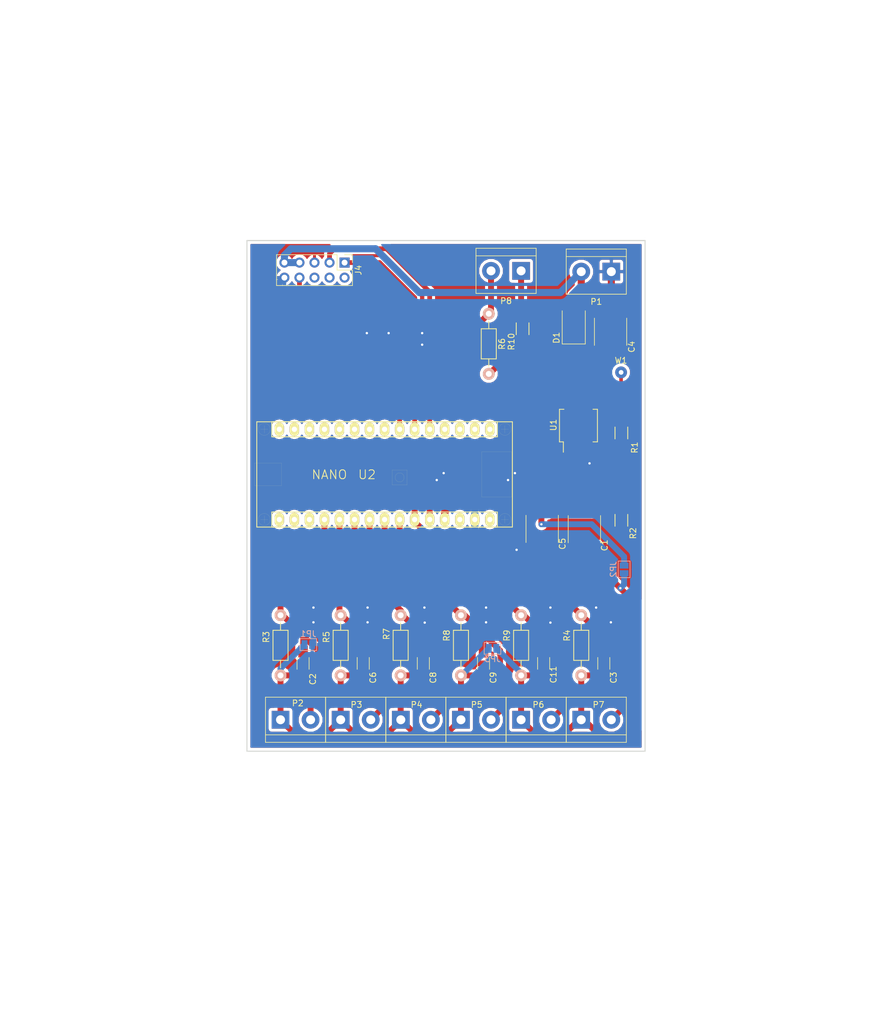
<source format=kicad_pcb>
(kicad_pcb (version 20171130) (host pcbnew 5.0.2+dfsg1-1)
  (layers (0 F.Cu signal hide) (31 B.Cu signal) (34 B.Paste user) (35 F.Paste user) (36 B.SilkS user) (37 F.SilkS user) (38 B.Mask user) (39 F.Mask user) (44 Edge.Cuts user))
  (net 0 "")
  (net 1 GND)
  (net 2 /intensidad_1)
  (net 3 /intensidad_6)
  (net 4 VCC)
  (net 5 /intensidad_2)
  (net 6 /intensidad_3)
  (net 7 /intensidad_4)
  (net 8 /intensidad_5)
  (net 9 /vcc_5v)
  (net 10 "Net-(U2-Pad2)")
  (net 11 "Net-(U2-Pad3)")
  (net 12 "Net-(U2-Pad4)")
  (net 13 "Net-(U2-Pad30)")
  (net 14 "Net-(U2-Pad28)")
  (net 15 "Net-(U2-Pad18)")
  (net 16 "Net-(U2-Pad17)")
  (net 17 "Net-(U2-Pad1)")
  (net 18 "Net-(U2-Pad8)")
  (net 19 "Net-(U2-Pad9)")
  (net 20 "Net-(U2-Pad10)")
  (net 21 "Net-(U2-Pad11)")
  (net 22 "Net-(U2-Pad12)")
  (net 23 /voltage_1)
  (net 24 /v_25)
  (net 25 "Net-(U1-Pad6)")
  (net 26 "Net-(J4-Pad2)")
  (net 27 "Net-(J4-Pad4)")
  (net 28 "Net-(J4-Pad6)")
  (net 29 /ard_rx)
  (net 30 /ard_tx)
  (net 31 "Net-(U2-Pad13)")
  (net 32 "Net-(U2-Pad16)")
  (net 33 /ard_d4)
  (net 34 "Net-(U2-Pad14)")
  (net 35 "Net-(U2-Pad15)")
  (net 36 /v_comun_0)
  (net 37 /v_comun_1)
  (net 38 /v_op)
  (net 39 "Net-(P8-Pad1)")
  (module libreria_huellas_proyecto:arduino_nano (layer F.Cu) (at 84 113.5 270)
    (fp_text reference U2 (at 0.038 2.974) (layer F.SilkS) (effects (font (size 1.5 1.5))))
    (fp_text value NANO (at 0.038 9.324) (layer F.SilkS) (effects (font (size 1.5 1.5))))
    (pad 2 thru_hole oval (at -7.62 -15.24 270) (size 2.286 1.5748) (drill 0.9) (layers *.Cu *.Mask F.SilkS) (net 10 "Net-(U2-Pad2)"))
    (pad 3 thru_hole oval (at -7.62 -12.7 270) (size 2.286 1.5748) (drill 0.9) (layers *.Cu *.Mask F.SilkS) (net 11 "Net-(U2-Pad3)"))
    (pad 4 thru_hole oval (at -7.62 -10.16 270) (size 2.286 1.5748) (drill 0.9) (layers *.Cu *.Mask F.SilkS) (net 12 "Net-(U2-Pad4)"))
    (pad 30 thru_hole oval (at 7.62 -17.78 270) (size 2.286 1.5748) (drill 0.9) (layers *.Cu *.Mask F.SilkS) (net 13 "Net-(U2-Pad30)"))
    (pad 29 thru_hole oval (at 7.62 -15.24 270) (size 2.286 1.5748) (drill 0.9) (layers *.Cu *.Mask F.SilkS) (net 1 GND))
    (pad 28 thru_hole oval (at 7.62 -12.7 270) (size 2.286 1.5748) (drill 0.9) (layers *.Cu *.Mask F.SilkS) (net 14 "Net-(U2-Pad28)"))
    (pad 27 thru_hole oval (at 7.62 -10.16 270) (size 2.286 1.5748) (drill 0.9) (layers *.Cu *.Mask F.SilkS) (net 4 VCC))
    (pad 19 thru_hole oval (at 7.62 10.16 270) (size 2.286 1.5748) (drill 0.9) (layers *.Cu *.Mask F.SilkS) (net 2 /intensidad_1))
    (pad 18 thru_hole oval (at 7.62 12.7 270) (size 2.286 1.5748) (drill 0.9) (layers *.Cu *.Mask F.SilkS) (net 15 "Net-(U2-Pad18)"))
    (pad 17 thru_hole oval (at 7.62 15.24 270) (size 2.286 1.5748) (drill 0.9) (layers *.Cu *.Mask F.SilkS) (net 16 "Net-(U2-Pad17)"))
    (pad 1 thru_hole oval (at -7.62 -17.78 270) (size 2.286 1.5748) (drill 0.9) (layers *.Cu *.Mask F.SilkS) (net 17 "Net-(U2-Pad1)"))
    (pad 5 thru_hole oval (at -7.62 -7.62 270) (size 2.286 1.5748) (drill 0.9) (layers *.Cu *.Mask F.SilkS) (net 29 /ard_rx))
    (pad 6 thru_hole oval (at -7.62 -5.08 270) (size 2.286 1.5748) (drill 0.9) (layers *.Cu *.Mask F.SilkS) (net 30 /ard_tx))
    (pad 7 thru_hole oval (at -7.62 -2.54 270) (size 2.286 1.5748) (drill 0.9) (layers *.Cu *.Mask F.SilkS) (net 33 /ard_d4))
    (pad 8 thru_hole oval (at -7.62 0 270) (size 2.286 1.5748) (drill 0.9) (layers *.Cu *.Mask F.SilkS) (net 18 "Net-(U2-Pad8)"))
    (pad 9 thru_hole oval (at -7.62 2.54 270) (size 2.286 1.5748) (drill 0.9) (layers *.Cu *.Mask F.SilkS) (net 19 "Net-(U2-Pad9)"))
    (pad 10 thru_hole oval (at -7.62 5.08 270) (size 2.286 1.5748) (drill 0.9) (layers *.Cu *.Mask F.SilkS) (net 20 "Net-(U2-Pad10)"))
    (pad 11 thru_hole oval (at -7.62 7.62 270) (size 2.286 1.5748) (drill 0.9) (layers *.Cu *.Mask F.SilkS) (net 21 "Net-(U2-Pad11)"))
    (pad 12 thru_hole oval (at -7.62 10.16 270) (size 2.286 1.5748) (drill 0.9) (layers *.Cu *.Mask F.SilkS) (net 22 "Net-(U2-Pad12)"))
    (pad 13 thru_hole oval (at -7.62 12.7 270) (size 2.286 1.5748) (drill 0.9) (layers *.Cu *.Mask F.SilkS) (net 31 "Net-(U2-Pad13)"))
    (pad 14 thru_hole oval (at -7.62 15.24 270) (size 2.286 1.5748) (drill 0.9) (layers *.Cu *.Mask F.SilkS) (net 34 "Net-(U2-Pad14)"))
    (pad 15 thru_hole oval (at -7.62 17.78 270) (size 2.286 1.5748) (drill 0.9) (layers *.Cu *.Mask F.SilkS) (net 35 "Net-(U2-Pad15)"))
    (pad 16 thru_hole oval (at 7.62 17.78 270) (size 2.286 1.5748) (drill 0.9) (layers *.Cu *.Mask F.SilkS) (net 32 "Net-(U2-Pad16)"))
    (pad 20 thru_hole oval (at 7.62 7.62 270) (size 2.286 1.5748) (drill 0.9) (layers *.Cu *.Mask F.SilkS) (net 5 /intensidad_2))
    (pad 21 thru_hole oval (at 7.62 5.08 270) (size 2.286 1.5748) (drill 0.9) (layers *.Cu *.Mask F.SilkS) (net 6 /intensidad_3))
    (pad 22 thru_hole oval (at 7.62 2.54 270) (size 2.286 1.5748) (drill 0.9) (layers *.Cu *.Mask F.SilkS) (net 7 /intensidad_4))
    (pad 23 thru_hole oval (at 7.62 0 270) (size 2.286 1.5748) (drill 0.9) (layers *.Cu *.Mask F.SilkS) (net 8 /intensidad_5))
    (pad 24 thru_hole oval (at 7.62 -2.54 270) (size 2.286 1.5748) (drill 0.9) (layers *.Cu *.Mask F.SilkS) (net 3 /intensidad_6))
    (pad 25 thru_hole oval (at 7.62 -5.08 270) (size 2.286 1.5748) (drill 0.9) (layers *.Cu *.Mask F.SilkS) (net 37 /v_comun_1))
    (pad 26 thru_hole oval (at 7.62 -7.62 270) (size 2.286 1.5748) (drill 0.9) (layers *.Cu *.Mask F.SilkS) (net 23 /voltage_1))
  )
  (module oscar_libreria_huellas:Pin_Header_Straight_2x05_Pitch2.54mm_onsar (layer F.Cu) (at 77.2414 77.724 270)
    (fp_text reference J4 (at 1.27 -2.33 270) (layer F.SilkS))
    (fp_text value Conn_02x05_Odd_Even)
    (pad 1 thru_hole rect (at 0 0 270) (size 1.7 1.7) (drill 1) (layers *.Cu *.Mask) (net 30 /ard_tx))
    (pad 2 thru_hole oval (at 2.54 0 270) (size 1.7 1.7) (drill 1) (layers *.Cu *.Mask) (net 26 "Net-(J4-Pad2)"))
    (pad 3 thru_hole oval (at 0 2.54 270) (size 1.7 1.7) (drill 1) (layers *.Cu *.Mask) (net 29 /ard_rx))
    (pad 4 thru_hole oval (at 2.54 2.54 270) (size 1.7 1.7) (drill 1) (layers *.Cu *.Mask) (net 27 "Net-(J4-Pad4)"))
    (pad 5 thru_hole oval (at 0 5.08 270) (size 1.7 1.7) (drill 1) (layers *.Cu *.Mask) (net 1 GND))
    (pad 6 thru_hole oval (at 2.54 5.08 270) (size 1.7 1.7) (drill 1) (layers *.Cu *.Mask) (net 28 "Net-(J4-Pad6)"))
    (pad 7 thru_hole oval (at 0 7.62 270) (size 1.7 1.7) (drill 1) (layers *.Cu *.Mask) (net 9 /vcc_5v))
    (pad 8 thru_hole oval (at 2.54 7.62 270) (size 1.7 1.7) (drill 1) (layers *.Cu *.Mask) (net 33 /ard_d4))
    (pad 9 thru_hole oval (at 0 10.16 270) (size 1.7 1.7) (drill 1) (layers *.Cu *.Mask) (net 9 /vcc_5v))
    (pad 10 thru_hole oval (at 2.54 10.16 270) (size 1.7 1.7) (drill 1) (layers *.Cu *.Mask) (net 1 GND))
  )
  (module Connectors_Terminal_Blocks:TerminalBlock_bornier-2_P5.08mm (layer F.Cu) (at 86.741 154.94)
    (fp_text reference P4 (at 2.667 -2.54) (layer F.SilkS))
    (fp_text value PINZA_3)
    (pad 1 thru_hole rect (at 0 0) (size 3 3) (drill 1.52) (layers *.Cu *.Mask) (net 36 /v_comun_0))
    (pad 2 thru_hole circle (at 5.08 0) (size 3 3) (drill 1.52) (layers *.Cu *.Mask) (net 6 /intensidad_3))
  )
  (module Capacitors_SMD:C_2220_HandSoldering (layer F.Cu) (at 117.75 122.75 270)
    (fp_text reference C1 (at 2.726 -3.408 270) (layer F.SilkS))
    (fp_text value 10uF)
    (pad 1 smd rect (at -3.5 0 270) (size 2.4 5) (layers F.Cu F.Paste F.Mask) (net 24 /v_25))
    (pad 2 smd rect (at 3.5 0 270) (size 2.4 5) (layers F.Cu F.Paste F.Mask) (net 1 GND))
  )
  (module Capacitors_SMD:C_1206_HandSoldering (layer F.Cu) (at 70.231 145.415 270)
    (fp_text reference C2 (at 2.667 -1.651 270) (layer F.SilkS))
    (fp_text value 100nF)
    (pad 1 smd rect (at -2 0 270) (size 2 1.6) (layers F.Cu F.Paste F.Mask) (net 2 /intensidad_1))
    (pad 2 smd rect (at 2 0 270) (size 2 1.6) (layers F.Cu F.Paste F.Mask) (net 36 /v_comun_0))
  )
  (module Capacitors_SMD:C_1206_HandSoldering (layer F.Cu) (at 121.031 145.415 270)
    (fp_text reference C3 (at 2.413 -1.651 270) (layer F.SilkS))
    (fp_text value 100nF)
    (pad 1 smd rect (at -2 0 270) (size 2 1.6) (layers F.Cu F.Paste F.Mask) (net 3 /intensidad_6))
    (pad 2 smd rect (at 2 0 270) (size 2 1.6) (layers F.Cu F.Paste F.Mask) (net 37 /v_comun_1))
  )
  (module Capacitors_SMD:C_2220_HandSoldering (layer F.Cu) (at 122.174 89.408 90)
    (fp_text reference C4 (at -2.54 3.556 90) (layer F.SilkS))
    (fp_text value 10uF)
    (pad 1 smd rect (at -3.5 0 90) (size 2.4 5) (layers F.Cu F.Paste F.Mask) (net 4 VCC))
    (pad 2 smd rect (at 3.5 0 90) (size 2.4 5) (layers F.Cu F.Paste F.Mask) (net 1 GND))
  )
  (module Capacitors_SMD:C_2220_HandSoldering (layer F.Cu) (at 110.621 122.702 270)
    (fp_text reference C5 (at 2.52 -3.425 270) (layer F.SilkS))
    (fp_text value 10uF)
    (pad 1 smd rect (at -3.5 0 270) (size 2.4 5) (layers F.Cu F.Paste F.Mask) (net 38 /v_op))
    (pad 2 smd rect (at 3.5 0 270) (size 2.4 5) (layers F.Cu F.Paste F.Mask) (net 1 GND))
  )
  (module Capacitors_SMD:C_1206_HandSoldering (layer F.Cu) (at 80.391 145.415 270)
    (fp_text reference C6 (at 2.413 -1.651 270) (layer F.SilkS))
    (fp_text value 100nF)
    (pad 1 smd rect (at -2 0 270) (size 2 1.6) (layers F.Cu F.Paste F.Mask) (net 5 /intensidad_2))
    (pad 2 smd rect (at 2 0 270) (size 2 1.6) (layers F.Cu F.Paste F.Mask) (net 36 /v_comun_0))
  )
  (module Capacitors_SMD:C_1206_HandSoldering (layer F.Cu) (at 90.551 145.415 270)
    (fp_text reference C8 (at 2.413 -1.651 270) (layer F.SilkS))
    (fp_text value 100nF)
    (pad 1 smd rect (at -2 0 270) (size 2 1.6) (layers F.Cu F.Paste F.Mask) (net 6 /intensidad_3))
    (pad 2 smd rect (at 2 0 270) (size 2 1.6) (layers F.Cu F.Paste F.Mask) (net 36 /v_comun_0))
  )
  (module Capacitors_SMD:C_1206_HandSoldering (layer F.Cu) (at 100.711 145.415 270)
    (fp_text reference C9 (at 2.413 -1.651 270) (layer F.SilkS))
    (fp_text value 100nF)
    (pad 1 smd rect (at -2 0 270) (size 2 1.6) (layers F.Cu F.Paste F.Mask) (net 7 /intensidad_4))
    (pad 2 smd rect (at 2 0 270) (size 2 1.6) (layers F.Cu F.Paste F.Mask) (net 36 /v_comun_0))
  )
  (module Capacitors_SMD:C_1206_HandSoldering (layer F.Cu) (at 110.871 145.415 270)
    (fp_text reference C11 (at 1.905 -1.651 270) (layer F.SilkS))
    (fp_text value 100nF)
    (pad 1 smd rect (at -2 0 270) (size 2 1.6) (layers F.Cu F.Paste F.Mask) (net 8 /intensidad_5))
    (pad 2 smd rect (at 2 0 270) (size 2 1.6) (layers F.Cu F.Paste F.Mask) (net 37 /v_comun_1))
  )
  (module Diodes_SMD:D_2114 (layer F.Cu) (at 115.951 88.011 90)
    (fp_text reference D1 (at -2.413 -2.921 90) (layer F.SilkS))
    (fp_text value schottky)
    (pad 1 smd rect (at -2.325 0 90) (size 2 3) (layers F.Cu F.Paste F.Mask) (net 4 VCC))
    (pad 2 smd rect (at 2.325 0 90) (size 2 3) (layers F.Cu F.Paste F.Mask) (net 9 /vcc_5v))
  )
  (module Connectors_Terminal_Blocks:TerminalBlock_bornier-2_P5.08mm (layer F.Cu) (at 122.301 79.248 180)
    (fp_text reference P1 (at 2.54 -5.08 180) (layer F.SilkS))
    (fp_text value V_IN)
    (pad 1 thru_hole rect (at 0 0 180) (size 3 3) (drill 1.52) (layers *.Cu *.Mask) (net 1 GND))
    (pad 2 thru_hole circle (at 5.08 0 180) (size 3 3) (drill 1.52) (layers *.Cu *.Mask) (net 9 /vcc_5v))
  )
  (module Connectors_Terminal_Blocks:TerminalBlock_bornier-2_P5.08mm (layer F.Cu) (at 66.421 154.94)
    (fp_text reference P2 (at 2.921 -2.794) (layer F.SilkS))
    (fp_text value PINZA_1)
    (pad 1 thru_hole rect (at 0 0) (size 3 3) (drill 1.52) (layers *.Cu *.Mask) (net 36 /v_comun_0))
    (pad 2 thru_hole circle (at 5.08 0) (size 3 3) (drill 1.52) (layers *.Cu *.Mask) (net 2 /intensidad_1))
  )
  (module Connectors_Terminal_Blocks:TerminalBlock_bornier-2_P5.08mm (layer F.Cu) (at 76.581 154.94)
    (fp_text reference P3 (at 2.667 -2.54) (layer F.SilkS))
    (fp_text value PINZA_2)
    (pad 1 thru_hole rect (at 0 0) (size 3 3) (drill 1.52) (layers *.Cu *.Mask) (net 36 /v_comun_0))
    (pad 2 thru_hole circle (at 5.08 0) (size 3 3) (drill 1.52) (layers *.Cu *.Mask) (net 5 /intensidad_2))
  )
  (module Connectors_Terminal_Blocks:TerminalBlock_bornier-2_P5.08mm (layer F.Cu) (at 96.901 154.94)
    (fp_text reference P5 (at 2.667 -2.54) (layer F.SilkS))
    (fp_text value PINZA_4)
    (pad 1 thru_hole rect (at 0 0) (size 3 3) (drill 1.52) (layers *.Cu *.Mask) (net 36 /v_comun_0))
    (pad 2 thru_hole circle (at 5.08 0) (size 3 3) (drill 1.52) (layers *.Cu *.Mask) (net 7 /intensidad_4))
  )
  (module Connectors_Terminal_Blocks:TerminalBlock_bornier-2_P5.08mm (layer F.Cu) (at 107.061 154.94)
    (fp_text reference P6 (at 2.921 -2.54) (layer F.SilkS))
    (fp_text value PINZA_5)
    (pad 1 thru_hole rect (at 0 0) (size 3 3) (drill 1.52) (layers *.Cu *.Mask) (net 37 /v_comun_1))
    (pad 2 thru_hole circle (at 5.08 0) (size 3 3) (drill 1.52) (layers *.Cu *.Mask) (net 8 /intensidad_5))
  )
  (module Connectors_Terminal_Blocks:TerminalBlock_bornier-2_P5.08mm (layer F.Cu) (at 117.221 154.94)
    (fp_text reference P7 (at 2.921 -2.54) (layer F.SilkS))
    (fp_text value PINZA_6)
    (pad 1 thru_hole rect (at 0 0) (size 3 3) (drill 1.52) (layers *.Cu *.Mask) (net 37 /v_comun_1))
    (pad 2 thru_hole circle (at 5.08 0) (size 3 3) (drill 1.52) (layers *.Cu *.Mask) (net 3 /intensidad_6))
  )
  (module Connectors_Terminal_Blocks:TerminalBlock_bornier-2_P5.08mm (layer F.Cu) (at 107.061 79.121 180)
    (fp_text reference P8 (at 2.54 -5.08 180) (layer F.SilkS))
    (fp_text value PINZA_7)
    (pad 1 thru_hole rect (at 0 0 180) (size 3 3) (drill 1.52) (layers *.Cu *.Mask) (net 39 "Net-(P8-Pad1)"))
    (pad 2 thru_hole circle (at 5.08 0 180) (size 3 3) (drill 1.52) (layers *.Cu *.Mask) (net 37 /v_comun_1))
  )
  (module libreria_huellas_proyecto:Resistor_Horizontal_RM10mm (layer F.Cu) (at 66.421 137.287 270)
    (fp_text reference R3 (at 3.683 2.413 270) (layer F.SilkS))
    (fp_text value 10k)
    (pad 1 thru_hole circle (at 0 0 270) (size 1.99898 1.99898) (drill 1.00076) (layers *.Cu *.SilkS *.Mask) (net 2 /intensidad_1))
    (pad 2 thru_hole circle (at 10.16 0 270) (size 1.99898 1.99898) (drill 1.00076) (layers *.Cu *.SilkS *.Mask) (net 36 /v_comun_0))
  )
  (module libreria_huellas_proyecto:Resistor_Horizontal_RM10mm (layer F.Cu) (at 117.221 137.287 270)
    (fp_text reference R4 (at 3.429 2.413 270) (layer F.SilkS))
    (fp_text value 10k)
    (pad 1 thru_hole circle (at 0 0 270) (size 1.99898 1.99898) (drill 1.00076) (layers *.Cu *.SilkS *.Mask) (net 3 /intensidad_6))
    (pad 2 thru_hole circle (at 10.16 0 270) (size 1.99898 1.99898) (drill 1.00076) (layers *.Cu *.SilkS *.Mask) (net 37 /v_comun_1))
  )
  (module libreria_huellas_proyecto:Resistor_Horizontal_RM10mm (layer F.Cu) (at 76.581 137.287 270)
    (fp_text reference R5 (at 3.683 2.413 270) (layer F.SilkS))
    (fp_text value 10k)
    (pad 1 thru_hole circle (at 0 0 270) (size 1.99898 1.99898) (drill 1.00076) (layers *.Cu *.SilkS *.Mask) (net 5 /intensidad_2))
    (pad 2 thru_hole circle (at 10.16 0 270) (size 1.99898 1.99898) (drill 1.00076) (layers *.Cu *.SilkS *.Mask) (net 36 /v_comun_0))
  )
  (module libreria_huellas_proyecto:Resistor_Horizontal_RM10mm (layer F.Cu) (at 86.7156 137.287 270)
    (fp_text reference R7 (at 3.175 2.3876 270) (layer F.SilkS))
    (fp_text value 10k)
    (pad 1 thru_hole circle (at 0 0 270) (size 1.99898 1.99898) (drill 1.00076) (layers *.Cu *.SilkS *.Mask) (net 6 /intensidad_3))
    (pad 2 thru_hole circle (at 10.16 0 270) (size 1.99898 1.99898) (drill 1.00076) (layers *.Cu *.SilkS *.Mask) (net 36 /v_comun_0))
  )
  (module libreria_huellas_proyecto:Resistor_Horizontal_RM10mm (layer F.Cu) (at 96.901 137.287 270)
    (fp_text reference R8 (at 3.429 2.413 270) (layer F.SilkS))
    (fp_text value 10k)
    (pad 1 thru_hole circle (at 0 0 270) (size 1.99898 1.99898) (drill 1.00076) (layers *.Cu *.SilkS *.Mask) (net 7 /intensidad_4))
    (pad 2 thru_hole circle (at 10.16 0 270) (size 1.99898 1.99898) (drill 1.00076) (layers *.Cu *.SilkS *.Mask) (net 36 /v_comun_0))
  )
  (module libreria_huellas_proyecto:Resistor_Horizontal_RM10mm (layer F.Cu) (at 107.061 137.287 270)
    (fp_text reference R9 (at 3.429 2.413 270) (layer F.SilkS))
    (fp_text value 10k)
    (pad 1 thru_hole circle (at 0 0 270) (size 1.99898 1.99898) (drill 1.00076) (layers *.Cu *.SilkS *.Mask) (net 8 /intensidad_5))
    (pad 2 thru_hole circle (at 10.16 0 270) (size 1.99898 1.99898) (drill 1.00076) (layers *.Cu *.SilkS *.Mask) (net 37 /v_comun_1))
  )
  (module Housings_SOIC:SO-8_5.3x6.2mm_Pitch1.27mm (layer F.Cu) (at 116.75 105.25 90)
    (fp_text reference U1 (at 0.094 -4.228 90) (layer F.SilkS))
    (fp_text value LM358)
    (pad 1 smd rect (at -3.7 -1.905 90) (size 2.6 0.55) (layers F.Cu F.Paste F.Mask) (net 38 /v_op))
    (pad 2 smd rect (at -3.7 -0.635 90) (size 2.6 0.55) (layers F.Cu F.Paste F.Mask) (net 38 /v_op))
    (pad 3 smd rect (at -3.7 0.635 90) (size 2.6 0.55) (layers F.Cu F.Paste F.Mask) (net 24 /v_25))
    (pad 4 smd rect (at -3.7 1.905 90) (size 2.6 0.55) (layers F.Cu F.Paste F.Mask) (net 1 GND))
    (pad 5 smd rect (at 3.7 1.905 90) (size 2.6 0.55) (layers F.Cu F.Paste F.Mask) (net 24 /v_25))
    (pad 6 smd rect (at 3.7 0.635 90) (size 2.6 0.55) (layers F.Cu F.Paste F.Mask) (net 25 "Net-(U1-Pad6)"))
    (pad 7 smd rect (at 3.7 -0.635 90) (size 2.6 0.55) (layers F.Cu F.Paste F.Mask) (net 25 "Net-(U1-Pad6)"))
    (pad 8 smd rect (at 3.7 -1.905 90) (size 2.6 0.55) (layers F.Cu F.Paste F.Mask) (net 4 VCC))
  )
  (module Wire_Pads:SolderWirePad_single_0-8mmDrill (layer F.Cu) (at 123.952 96.266)
    (fp_text reference W1 (at -0.02 -2.004) (layer F.SilkS))
    (fp_text value +5V)
    (pad 1 thru_hole circle (at 0 0) (size 1.99898 1.99898) (drill 0.8001) (layers *.Cu *.Mask) (net 4 VCC))
  )
  (module Resistors_SMD:R_1206_HandSoldering (layer F.Cu) (at 124 106.5 270)
    (fp_text reference R1 (at 2.466 -2.238 270) (layer F.SilkS))
    (fp_text value 4K7)
    (pad 1 smd rect (at -2 0 270) (size 2 1.7) (layers F.Cu F.Paste F.Mask) (net 4 VCC))
    (pad 2 smd rect (at 2 0 270) (size 2 1.7) (layers F.Cu F.Paste F.Mask) (net 24 /v_25))
  )
  (module Resistors_SMD:R_1206_HandSoldering (layer F.Cu) (at 124 121.25 270)
    (fp_text reference R2 (at 2.194 -1.984 270) (layer F.SilkS))
    (fp_text value 4K7)
    (pad 1 smd rect (at -2 0 270) (size 2 1.7) (layers F.Cu F.Paste F.Mask) (net 24 /v_25))
    (pad 2 smd rect (at 2 0 270) (size 2 1.7) (layers F.Cu F.Paste F.Mask) (net 1 GND))
  )
  (module libreria_huellas_proyecto:Resistor_Horizontal_RM10mm (layer F.Cu) (at 101.6 96.52 90)
    (fp_text reference R6 (at 5.056 2.22 90) (layer F.SilkS))
    (fp_text value 1k)
    (pad 1 thru_hole circle (at 0 0 90) (size 1.99898 1.99898) (drill 1.00076) (layers *.Cu *.SilkS *.Mask) (net 23 /voltage_1))
    (pad 2 thru_hole circle (at 10.16 0 90) (size 1.99898 1.99898) (drill 1.00076) (layers *.Cu *.SilkS *.Mask) (net 37 /v_comun_1))
  )
  (module Resistors_SMD:R_1206_HandSoldering (layer F.Cu) (at 107.315 88.9 90)
    (fp_text reference R10 (at -2.178 -1.9 90) (layer F.SilkS))
    (fp_text value 10k)
    (pad 1 smd rect (at -2 0 90) (size 2 1.7) (layers F.Cu F.Paste F.Mask) (net 23 /voltage_1))
    (pad 2 smd rect (at 2 0 90) (size 2 1.7) (layers F.Cu F.Paste F.Mask) (net 39 "Net-(P8-Pad1)"))
  )
  (module Jumper:SolderJumper-2_P1.3mm_Open_Pad1.0x1.5mm (layer B.Cu) (at 71.12 142.24 180)
    (fp_text reference JP1 (at 0 1.8 180) (layer B.SilkS) (effects (justify mirror)))
    (fp_text value Jumper_2_Open)
    (pad 2 smd rect (at 0.65 0 180) (size 1 1.5) (layers B.Cu B.Mask) (net 36 /v_comun_0))
    (pad 1 smd rect (at -0.65 0 180) (size 1 1.5) (layers B.Cu B.Mask) (net 1 GND))
  )
  (module Jumper:SolderJumper-2_P1.3mm_Open_Pad1.0x1.5mm (layer B.Cu) (at 124.46 129.54 270)
    (fp_text reference JP2 (at 0 1.8 270) (layer B.SilkS) (effects (justify mirror)))
    (fp_text value Jumper_2_Open)
    (pad 1 smd rect (at -0.65 0 270) (size 1 1.5) (layers B.Cu B.Mask) (net 38 /v_op))
    (pad 2 smd rect (at 0.65 0 270) (size 1 1.5) (layers B.Cu B.Mask) (net 37 /v_comun_1))
  )
  (module Jumper:SolderJumper-2_P1.3mm_Open_Pad1.0x1.5mm (layer B.Cu) (at 102.235 142.875)
    (fp_text reference JP3 (at 0 1.8) (layer B.SilkS) (effects (justify mirror)))
    (fp_text value Jumper_2_Open)
    (pad 2 smd rect (at 0.65 0) (size 1 1.5) (layers B.Cu B.Mask) (net 37 /v_comun_1))
    (pad 1 smd rect (at -0.65 0) (size 1 1.5) (layers B.Cu B.Mask) (net 36 /v_comun_0))
  )
  (gr_line (start 60.75 160.25) (end 60.75 74) (angle 90) (layer Edge.Cuts) (width 0.15))
  (gr_line (start 128 160.25) (end 60.75 160.25) (angle 90) (layer Edge.Cuts) (width 0.15))
  (gr_line (start 128 74) (end 128 160.25) (angle 90) (layer Edge.Cuts) (width 0.15))
  (gr_line (start 60.75 74) (end 128 74) (angle 90) (layer Edge.Cuts) (width 0.15))
  (gr_line (start 60.75 74) (end 128 74) (angle 90) (layer Edge.Cuts) (width 0.15))
  (via (at 123.825 132.715) (size 0.6) (drill 0.4) (layers F.Cu B.Cu) (net 37))
  (via (at 110.49 121.92) (size 0.6) (drill 0.4) (layers F.Cu B.Cu) (net 38))
  (segment (start 67.0814 80.264) (end 67.0814 86.0806) (width 0.6) (layer B.Cu) (net 1))
  (via (at 90.3478 91.5924) (size 0.6) (drill 0.4) (layers F.Cu B.Cu) (net 1))
  (segment (start 90.3478 89.6366) (end 90.3478 91.5924) (width 0.6) (layer F.Cu) (net 1))
  (via (at 90.3478 89.6366) (size 0.6) (drill 0.4) (layers F.Cu B.Cu) (net 1))
  (segment (start 84.6836 89.6366) (end 90.3478 89.6366) (width 0.6) (layer B.Cu) (net 1))
  (via (at 84.6836 89.6366) (size 0.6) (drill 0.4) (layers F.Cu B.Cu) (net 1))
  (segment (start 81.0006 89.6366) (end 84.6836 89.6366) (width 0.6) (layer F.Cu) (net 1))
  (via (at 81.0006 89.6366) (size 0.6) (drill 0.4) (layers F.Cu B.Cu) (net 1))
  (segment (start 70.6374 89.6366) (end 81.0006 89.6366) (width 0.6) (layer B.Cu) (net 1))
  (segment (start 67.0814 86.0806) (end 70.6374 89.6366) (width 0.6) (layer B.Cu) (net 1))
  (segment (start 63.102 113.648) (end 63.102 84.2434) (width 1.2) (layer B.Cu) (net 1))
  (segment (start 63.102 84.2434) (end 67.0814 80.264) (width 1.2) (layer B.Cu) (net 1))
  (segment (start 103.5 115.824) (end 103.5 115.8036) (width 0.6) (layer B.Cu) (net 1))
  (via (at 106.0196 113.284) (size 0.6) (drill 0.4) (layers F.Cu B.Cu) (net 1))
  (segment (start 104.8512 114.4524) (end 106.0196 113.284) (width 0.6) (layer F.Cu) (net 1))
  (via (at 104.8512 114.4524) (size 0.6) (drill 0.4) (layers F.Cu B.Cu) (net 1))
  (segment (start 103.5 115.8036) (end 104.8512 114.4524) (width 0.6) (layer B.Cu) (net 1))
  (segment (start 112.014 133.7564) (end 117.5004 133.7564) (width 1.2) (layer B.Cu) (net 1))
  (via (at 122.2248 138.4808) (size 0.6) (drill 0.4) (layers F.Cu B.Cu) (net 1))
  (segment (start 119.7356 135.9916) (end 122.2248 138.4808) (width 1.2) (layer F.Cu) (net 1))
  (via (at 119.7356 135.9916) (size 0.6) (drill 0.4) (layers F.Cu B.Cu) (net 1))
  (segment (start 117.5004 133.7564) (end 119.7356 135.9916) (width 1.2) (layer B.Cu) (net 1))
  (segment (start 112.014 133.75) (end 112.014 133.7564) (width 1.2) (layer B.Cu) (net 1))
  (segment (start 112.014 133.7564) (end 112.014 135.9916) (width 1.2) (layer B.Cu) (net 1))
  (via (at 112.014 138.5316) (size 0.6) (drill 0.4) (layers F.Cu B.Cu) (net 1))
  (segment (start 112.014 135.9916) (end 112.014 138.5316) (width 1.2) (layer F.Cu) (net 1))
  (via (at 112.014 135.9916) (size 0.6) (drill 0.4) (layers F.Cu B.Cu) (net 1))
  (segment (start 101.1428 133.75) (end 101.1428 135.9916) (width 1.2) (layer B.Cu) (net 1))
  (via (at 101.1428 138.4808) (size 0.6) (drill 0.4) (layers F.Cu B.Cu) (net 1))
  (segment (start 101.1428 135.9916) (end 101.1428 138.4808) (width 1.2) (layer F.Cu) (net 1))
  (via (at 101.1428 135.9916) (size 0.6) (drill 0.4) (layers F.Cu B.Cu) (net 1))
  (segment (start 90.75 133.75) (end 90.75 135.9704) (width 1.2) (layer B.Cu) (net 1))
  (via (at 90.7796 138.5316) (size 0.6) (drill 0.4) (layers F.Cu B.Cu) (net 1))
  (segment (start 90.7796 136.0424) (end 90.7796 138.5316) (width 1.2) (layer F.Cu) (net 1))
  (segment (start 90.7288 135.9916) (end 90.7796 136.0424) (width 1.2) (layer F.Cu) (net 1))
  (via (at 90.7288 135.9916) (size 0.6) (drill 0.4) (layers F.Cu B.Cu) (net 1))
  (segment (start 90.75 135.9704) (end 90.7288 135.9916) (width 1.2) (layer B.Cu) (net 1))
  (segment (start 81.1276 133.75) (end 81.1276 135.9916) (width 1.2) (layer B.Cu) (net 1))
  (via (at 81.1276 138.4808) (size 0.6) (drill 0.4) (layers F.Cu B.Cu) (net 1))
  (segment (start 81.1276 135.9916) (end 81.1276 138.4808) (width 1.2) (layer F.Cu) (net 1))
  (via (at 81.1276 135.9916) (size 0.6) (drill 0.4) (layers F.Cu B.Cu) (net 1))
  (segment (start 72 133.75) (end 72 135.9752) (width 1.2) (layer B.Cu) (net 1))
  (via (at 71.9836 138.4808) (size 0.6) (drill 0.4) (layers F.Cu B.Cu) (net 1))
  (segment (start 71.9836 135.9916) (end 71.9836 138.4808) (width 1.2) (layer F.Cu) (net 1))
  (via (at 71.9836 135.9916) (size 0.6) (drill 0.4) (layers F.Cu B.Cu) (net 1))
  (segment (start 72 135.9752) (end 71.9836 135.9916) (width 1.2) (layer B.Cu) (net 1))
  (segment (start 91.44 115.824) (end 92.8116 114.4524) (width 0.6) (layer B.Cu) (net 1))
  (via (at 93.98 113.284) (size 0.6) (drill 0.4) (layers F.Cu B.Cu) (net 1))
  (segment (start 92.8116 114.4524) (end 93.98 113.284) (width 0.6) (layer F.Cu) (net 1))
  (via (at 92.8116 114.4524) (size 0.6) (drill 0.4) (layers F.Cu B.Cu) (net 1))
  (segment (start 112 133.75) (end 112.014 133.75) (width 1.2) (layer B.Cu) (net 1))
  (segment (start 63.102 113.648) (end 63.102 127.5) (width 1.2) (layer B.Cu) (net 1))
  (segment (start 63.102 127.5) (end 63.102 127.852) (width 1.2) (layer B.Cu) (net 1))
  (segment (start 108.75 133.75) (end 112 133.75) (width 1.2) (layer B.Cu) (net 1))
  (segment (start 99.75 133.75) (end 101.1428 133.75) (width 1.2) (layer B.Cu) (net 1))
  (segment (start 101.1428 133.75) (end 101.5 133.75) (width 1.2) (layer B.Cu) (net 1))
  (segment (start 101.5 133.75) (end 108.75 133.75) (width 1.2) (layer B.Cu) (net 1))
  (segment (start 69 133.75) (end 72 133.75) (width 1.2) (layer B.Cu) (net 1))
  (segment (start 72 133.75) (end 80.5 133.75) (width 1.2) (layer B.Cu) (net 1))
  (segment (start 80.5 133.75) (end 81.1276 133.75) (width 1.2) (layer B.Cu) (net 1))
  (segment (start 81.1276 133.75) (end 90.75 133.75) (width 1.2) (layer B.Cu) (net 1))
  (segment (start 90.75 133.75) (end 99.75 133.75) (width 1.2) (layer B.Cu) (net 1))
  (segment (start 63.102 127.852) (end 69 133.75) (width 1.2) (layer B.Cu) (net 1))
  (segment (start 101.346 115.824) (end 91.44 115.824) (width 1.2) (layer B.Cu) (net 1))
  (segment (start 91.44 115.824) (end 91.25 115.824) (width 1.2) (layer B.Cu) (net 1))
  (segment (start 91.25 115.824) (end 65.278 115.824) (width 1.2) (layer B.Cu) (net 1))
  (segment (start 65.278 115.824) (end 63.102 113.648) (width 1.2) (layer B.Cu) (net 1))
  (segment (start 118.655 108.95) (end 118.655 111.596) (width 0.6) (layer F.Cu) (net 1))
  (segment (start 118.655 111.596) (end 118.618 111.633) (width 0.6) (layer F.Cu) (net 1))
  (via (at 118.618 111.633) (size 0.6) (drill 0.4) (layers F.Cu B.Cu) (net 1))
  (segment (start 118.618 111.633) (end 114.427 115.824) (width 1.2) (layer B.Cu) (net 1))
  (segment (start 114.427 115.824) (end 103.5 115.824) (width 1.2) (layer B.Cu) (net 1))
  (segment (start 103.5 115.824) (end 102.87 115.824) (width 1.2) (layer B.Cu) (net 1))
  (segment (start 99.24 117.803) (end 99.24 121.12) (width 1.2) (layer B.Cu) (net 1))
  (segment (start 102.87 115.824) (end 101.346 115.824) (width 1.2) (layer B.Cu) (net 1))
  (segment (start 101.346 115.824) (end 101.219 115.824) (width 1.2) (layer B.Cu) (net 1))
  (segment (start 101.219 115.824) (end 99.24 117.803) (width 1.2) (layer B.Cu) (net 1))
  (segment (start 110.621 126.202) (end 106.335 126.202) (width 1.2) (layer F.Cu) (net 1))
  (segment (start 99.24 123.37) (end 99.24 121.12) (width 1.2) (layer B.Cu) (net 1))
  (segment (start 102.108 126.238) (end 99.24 123.37) (width 1.2) (layer B.Cu) (net 1))
  (segment (start 106.299 126.238) (end 102.108 126.238) (width 1.2) (layer B.Cu) (net 1))
  (via (at 106.299 126.238) (size 0.6) (drill 0.4) (layers F.Cu B.Cu) (net 1))
  (segment (start 106.335 126.202) (end 106.299 126.238) (width 1.2) (layer F.Cu) (net 1))
  (segment (start 124 123.25) (end 124 122.888) (width 1.2) (layer F.Cu) (net 1))
  (segment (start 124 122.888) (end 126.746 120.142) (width 1.2) (layer F.Cu) (net 1))
  (segment (start 126.746 90.48) (end 122.174 85.908) (width 1.2) (layer F.Cu) (net 1))
  (segment (start 126.746 120.142) (end 126.746 90.48) (width 1.2) (layer F.Cu) (net 1))
  (segment (start 117.75 126.25) (end 121 126.25) (width 1.2) (layer F.Cu) (net 1))
  (segment (start 121 126.25) (end 124 123.25) (width 1.2) (layer F.Cu) (net 1))
  (segment (start 110.621 126.202) (end 117.702 126.202) (width 1.2) (layer F.Cu) (net 1))
  (segment (start 117.702 126.202) (end 117.75 126.25) (width 1.2) (layer F.Cu) (net 1))
  (segment (start 122.301 79.248) (end 122.301 85.781) (width 1.2) (layer F.Cu) (net 1))
  (segment (start 122.301 85.781) (end 122.174 85.908) (width 1.2) (layer F.Cu) (net 1))
  (segment (start 71.9836 142.0264) (end 71.77 142.24) (width 1) (layer B.Cu) (net 1))
  (segment (start 71.9836 138.4808) (end 71.9836 142.0264) (width 1) (layer B.Cu) (net 1))
  (segment (start 71.501 154.94) (end 71.501 150.999) (width 1) (layer F.Cu) (net 2))
  (segment (start 73 143.5) (end 70.231 140.731) (width 1) (layer F.Cu) (net 2))
  (segment (start 73 149.5) (end 73 143.5) (width 1) (layer F.Cu) (net 2))
  (segment (start 71.501 150.999) (end 73 149.5) (width 1) (layer F.Cu) (net 2))
  (segment (start 66.421 137.287) (end 66.787 137.287) (width 1) (layer F.Cu) (net 2))
  (segment (start 66.787 137.287) (end 70.231 140.731) (width 1) (layer F.Cu) (net 2))
  (segment (start 70.231 140.731) (end 70.231 143.415) (width 1) (layer F.Cu) (net 2))
  (segment (start 73.84 121.12) (end 73.84 124.16) (width 1) (layer F.Cu) (net 2))
  (segment (start 66.421 131.579) (end 66.421 137.287) (width 1) (layer F.Cu) (net 2))
  (segment (start 73.84 124.16) (end 66.421 131.579) (width 1) (layer F.Cu) (net 2))
  (segment (start 86.54 121.12) (end 86.54 123.54) (width 1) (layer F.Cu) (net 3))
  (segment (start 113.684 133.75) (end 117.221 137.287) (width 1) (layer F.Cu) (net 3))
  (segment (start 107 133.75) (end 113.684 133.75) (width 1) (layer F.Cu) (net 3))
  (segment (start 100.5 127.25) (end 107 133.75) (width 1) (layer F.Cu) (net 3))
  (segment (start 90.25 127.25) (end 100.5 127.25) (width 1) (layer F.Cu) (net 3))
  (segment (start 86.54 123.54) (end 90.25 127.25) (width 1) (layer F.Cu) (net 3))
  (segment (start 121.031 143.415) (end 121.031 141.031) (width 1) (layer F.Cu) (net 3))
  (segment (start 121.031 141.031) (end 121 141) (width 1) (layer F.Cu) (net 3))
  (segment (start 117.221 137.287) (end 117.287 137.287) (width 1) (layer F.Cu) (net 3))
  (segment (start 117.287 137.287) (end 121 141) (width 1) (layer F.Cu) (net 3))
  (segment (start 121 141) (end 124 144) (width 1) (layer F.Cu) (net 3))
  (segment (start 124 153.241) (end 122.301 154.94) (width 1) (layer F.Cu) (net 3))
  (segment (start 124 144) (end 124 153.241) (width 1) (layer F.Cu) (net 3))
  (segment (start 123.952 96.266) (end 123.952 98.952) (width 0.6) (layer F.Cu) (net 4))
  (segment (start 123.952 98.952) (end 123.952 98.679) (width 0.6) (layer F.Cu) (net 4))
  (segment (start 123.952 98.679) (end 123.952 98.952) (width 0.6) (layer F.Cu) (net 4))
  (segment (start 124 104.5) (end 124 99) (width 0.6) (layer F.Cu) (net 4))
  (segment (start 124 99) (end 123.952 98.952) (width 0.6) (layer F.Cu) (net 4))
  (segment (start 123.952 98.952) (end 120 95) (width 0.6) (layer F.Cu) (net 4))
  (segment (start 114.845 101.55) (end 114.845 96.155) (width 0.6) (layer F.Cu) (net 4))
  (segment (start 114.845 96.155) (end 114.75 96.25) (width 0.6) (layer F.Cu) (net 4))
  (segment (start 115.951 95) (end 120 95) (width 1.2) (layer F.Cu) (net 4))
  (segment (start 120 95) (end 120.082 95) (width 1.2) (layer F.Cu) (net 4))
  (segment (start 120.082 95) (end 122.174 92.908) (width 1.2) (layer F.Cu) (net 4))
  (segment (start 115.951 90.336) (end 115.951 95) (width 1.2) (layer F.Cu) (net 4))
  (segment (start 115.951 95) (end 115.951 95.049) (width 1.2) (layer F.Cu) (net 4))
  (segment (start 94.16 119.84) (end 94.16 121.12) (width 1.2) (layer F.Cu) (net 4))
  (segment (start 96.75 117.25) (end 94.16 119.84) (width 1.2) (layer F.Cu) (net 4))
  (segment (start 104.25 117.25) (end 96.75 117.25) (width 1.2) (layer F.Cu) (net 4))
  (segment (start 110.75 110.75) (end 104.25 117.25) (width 1.2) (layer F.Cu) (net 4))
  (segment (start 110.75 100.25) (end 110.75 110.75) (width 1.2) (layer F.Cu) (net 4))
  (segment (start 115.951 95.049) (end 114.75 96.25) (width 1.2) (layer F.Cu) (net 4))
  (segment (start 114.75 96.25) (end 110.75 100.25) (width 1.2) (layer F.Cu) (net 4))
  (segment (start 80.391 143.415) (end 80.391 140.891) (width 1) (layer F.Cu) (net 5))
  (segment (start 80.391 140.891) (end 80.5 141) (width 1) (layer F.Cu) (net 5))
  (segment (start 76.581 137.287) (end 76.787 137.287) (width 1) (layer F.Cu) (net 5))
  (segment (start 76.787 137.287) (end 80.5 141) (width 1) (layer F.Cu) (net 5))
  (segment (start 80.5 141) (end 83.25 143.75) (width 1) (layer F.Cu) (net 5))
  (segment (start 83.25 153.351) (end 81.661 154.94) (width 1) (layer F.Cu) (net 5))
  (segment (start 83.25 143.75) (end 83.25 153.351) (width 1) (layer F.Cu) (net 5))
  (segment (start 76.38 121.12) (end 76.38 137.086) (width 1) (layer F.Cu) (net 5))
  (segment (start 76.38 137.086) (end 76.581 137.287) (width 1) (layer F.Cu) (net 5))
  (segment (start 90.551 143.415) (end 90.551 140.801) (width 1) (layer F.Cu) (net 6))
  (segment (start 90.551 140.801) (end 90.75 141) (width 1) (layer F.Cu) (net 6))
  (segment (start 86.7156 137.287) (end 87.037 137.287) (width 1) (layer F.Cu) (net 6))
  (segment (start 87.037 137.287) (end 90.75 141) (width 1) (layer F.Cu) (net 6))
  (segment (start 90.75 141) (end 93.5 143.75) (width 1) (layer F.Cu) (net 6))
  (segment (start 93.5 153.261) (end 91.821 154.94) (width 1) (layer F.Cu) (net 6))
  (segment (start 93.5 143.75) (end 93.5 153.261) (width 1) (layer F.Cu) (net 6))
  (segment (start 78.92 121.12) (end 78.92 128.67) (width 1) (layer F.Cu) (net 6))
  (segment (start 78.92 128.67) (end 86.7156 136.4656) (width 1) (layer F.Cu) (net 6))
  (segment (start 86.7156 136.4656) (end 86.7156 137.287) (width 1) (layer F.Cu) (net 6))
  (segment (start 81.46 121.12) (end 81.46 126.96) (width 1) (layer F.Cu) (net 7))
  (segment (start 93.614 134) (end 96.901 137.287) (width 1) (layer F.Cu) (net 7))
  (segment (start 88.5 134) (end 93.614 134) (width 1) (layer F.Cu) (net 7))
  (segment (start 81.46 126.96) (end 88.5 134) (width 1) (layer F.Cu) (net 7))
  (segment (start 100.711 143.415) (end 100.711 140.461) (width 1) (layer F.Cu) (net 7))
  (segment (start 100.711 140.461) (end 100.75 140.5) (width 1) (layer F.Cu) (net 7))
  (segment (start 100.75 140.5) (end 100.75 140.75) (width 1) (layer F.Cu) (net 7))
  (segment (start 100.75 140.75) (end 100.75 140.5) (width 1) (layer F.Cu) (net 7))
  (segment (start 96.901 137.287) (end 97.537 137.287) (width 1) (layer F.Cu) (net 7))
  (segment (start 97.537 137.287) (end 100.75 140.5) (width 1) (layer F.Cu) (net 7))
  (segment (start 100.75 140.5) (end 103.5 143.25) (width 1) (layer F.Cu) (net 7))
  (segment (start 103.5 153.421) (end 101.981 154.94) (width 1) (layer F.Cu) (net 7))
  (segment (start 103.5 143.25) (end 103.5 153.421) (width 1) (layer F.Cu) (net 7))
  (segment (start 84 121.12) (end 84 125) (width 1) (layer F.Cu) (net 8))
  (segment (start 99.774 130) (end 107.061 137.287) (width 1) (layer F.Cu) (net 8))
  (segment (start 89 130) (end 99.774 130) (width 1) (layer F.Cu) (net 8))
  (segment (start 84 125) (end 89 130) (width 1) (layer F.Cu) (net 8))
  (segment (start 110.871 143.415) (end 110.871 140.621) (width 1) (layer F.Cu) (net 8))
  (segment (start 110.75 140.75) (end 110.75 140.5) (width 1) (layer F.Cu) (net 8))
  (segment (start 110.75 140.742) (end 110.75 140.75) (width 1) (layer F.Cu) (net 8))
  (segment (start 110.871 140.621) (end 110.75 140.742) (width 1) (layer F.Cu) (net 8))
  (segment (start 107.061 137.287) (end 107.537 137.287) (width 1) (layer F.Cu) (net 8))
  (segment (start 107.537 137.287) (end 110.75 140.5) (width 1) (layer F.Cu) (net 8))
  (segment (start 110.75 140.5) (end 114 143.75) (width 1) (layer F.Cu) (net 8))
  (segment (start 114 153.081) (end 112.141 154.94) (width 1) (layer F.Cu) (net 8))
  (segment (start 114 143.75) (end 114 153.081) (width 1) (layer F.Cu) (net 8))
  (segment (start 67.0814 77.724) (end 69.6214 77.724) (width 1.2) (layer B.Cu) (net 9))
  (segment (start 67.0814 77.724) (end 67.0814 76.4794) (width 1.2) (layer B.Cu) (net 9))
  (segment (start 113.6904 82.7786) (end 117.221 79.248) (width 1.2) (layer B.Cu) (net 9))
  (segment (start 89.8652 82.7786) (end 113.6904 82.7786) (width 1.2) (layer B.Cu) (net 9))
  (segment (start 82.4738 75.3872) (end 89.8652 82.7786) (width 1.2) (layer B.Cu) (net 9))
  (segment (start 68.1736 75.3872) (end 82.4738 75.3872) (width 1.2) (layer B.Cu) (net 9))
  (segment (start 67.0814 76.4794) (end 68.1736 75.3872) (width 1.2) (layer B.Cu) (net 9))
  (segment (start 117.221 79.248) (end 117.221 82.029) (width 1.2) (layer F.Cu) (net 9))
  (segment (start 115.951 83.299) (end 115.951 85.686) (width 1.2) (layer F.Cu) (net 9))
  (segment (start 117.221 82.029) (end 115.951 83.299) (width 1.2) (layer F.Cu) (net 9))
  (segment (start 101.695 96.52) (end 107.315 90.9) (width 1) (layer F.Cu) (net 23))
  (segment (start 101.6 96.52) (end 101.695 96.52) (width 1) (layer F.Cu) (net 23))
  (segment (start 107.95 109.22) (end 107.95 91.535) (width 1) (layer F.Cu) (net 23))
  (segment (start 107.95 91.535) (end 107.315 90.9) (width 1) (layer F.Cu) (net 23))
  (segment (start 103.505 113.665) (end 107.95 109.22) (width 1) (layer F.Cu) (net 23))
  (segment (start 95.885 113.665) (end 103.505 113.665) (width 1) (layer F.Cu) (net 23))
  (segment (start 91.62 121.12) (end 91.62 117.93) (width 1) (layer F.Cu) (net 23))
  (segment (start 91.62 117.93) (end 95.885 113.665) (width 1) (layer F.Cu) (net 23))
  (segment (start 118.655 101.55) (end 118.655 104.738) (width 0.6) (layer F.Cu) (net 24))
  (segment (start 117.385 106.008) (end 117.385 108.95) (width 0.6) (layer F.Cu) (net 24))
  (segment (start 118.655 104.738) (end 117.385 106.008) (width 0.6) (layer F.Cu) (net 24))
  (segment (start 117.385 108.95) (end 117.385 114.885) (width 0.6) (layer F.Cu) (net 24))
  (segment (start 117.75 115.25) (end 117.75 119.25) (width 0.6) (layer F.Cu) (net 24))
  (segment (start 117.385 114.885) (end 117.75 115.25) (width 0.6) (layer F.Cu) (net 24))
  (segment (start 124 119.25) (end 117.75 119.25) (width 1) (layer F.Cu) (net 24))
  (segment (start 124 108.5) (end 124 119.25) (width 1) (layer F.Cu) (net 24))
  (segment (start 117.385 101.55) (end 117.385 98.589) (width 0.6) (layer F.Cu) (net 25))
  (segment (start 116.115 98.642) (end 116.115 101.55) (width 0.6) (layer F.Cu) (net 25))
  (segment (start 116.713 98.044) (end 116.115 98.642) (width 0.6) (layer F.Cu) (net 25))
  (segment (start 116.84 98.044) (end 116.713 98.044) (width 0.6) (layer F.Cu) (net 25))
  (segment (start 117.385 98.589) (end 116.84 98.044) (width 0.6) (layer F.Cu) (net 25))
  (segment (start 74.7014 77.724) (end 74.7014 76.2254) (width 0.8) (layer F.Cu) (net 29))
  (segment (start 91.62 82.6792) (end 91.62 105.88) (width 0.8) (layer F.Cu) (net 29))
  (segment (start 84.328 75.3872) (end 91.62 82.6792) (width 0.8) (layer F.Cu) (net 29))
  (segment (start 75.5396 75.3872) (end 84.328 75.3872) (width 0.8) (layer F.Cu) (net 29))
  (segment (start 74.7014 76.2254) (end 75.5396 75.3872) (width 0.8) (layer F.Cu) (net 29))
  (segment (start 77.2414 77.724) (end 83.1596 77.724) (width 0.8) (layer F.Cu) (net 30))
  (segment (start 89.08 83.6444) (end 89.08 105.88) (width 0.8) (layer F.Cu) (net 30))
  (segment (start 83.1596 77.724) (end 89.08 83.6444) (width 0.8) (layer F.Cu) (net 30))
  (segment (start 69.6214 80.264) (end 69.6214 83.5406) (width 0.8) (layer F.Cu) (net 33))
  (segment (start 86.54 100.4592) (end 86.54 105.88) (width 0.8) (layer F.Cu) (net 33))
  (segment (start 69.6214 83.5406) (end 86.54 100.4592) (width 0.8) (layer F.Cu) (net 33))
  (segment (start 76.581 154.94) (end 76.56 154.94) (width 1) (layer F.Cu) (net 36))
  (segment (start 76.56 154.94) (end 73.5 158) (width 1) (layer F.Cu) (net 36))
  (segment (start 69.481 158) (end 66.421 154.94) (width 1) (layer F.Cu) (net 36))
  (segment (start 73.5 158) (end 69.481 158) (width 1) (layer F.Cu) (net 36))
  (segment (start 86.741 154.94) (end 86.741 155.009) (width 1) (layer F.Cu) (net 36))
  (segment (start 86.741 155.009) (end 83.75 158) (width 1) (layer F.Cu) (net 36))
  (segment (start 79.641 158) (end 76.581 154.94) (width 1) (layer F.Cu) (net 36))
  (segment (start 83.75 158) (end 79.641 158) (width 1) (layer F.Cu) (net 36))
  (segment (start 96.901 154.94) (end 96.81 154.94) (width 1) (layer F.Cu) (net 36))
  (segment (start 96.81 154.94) (end 93.75 158) (width 1) (layer F.Cu) (net 36))
  (segment (start 89.801 158) (end 86.741 154.94) (width 1) (layer F.Cu) (net 36))
  (segment (start 93.75 158) (end 89.801 158) (width 1) (layer F.Cu) (net 36))
  (segment (start 86.7156 147.447) (end 90.519 147.447) (width 1) (layer F.Cu) (net 36))
  (segment (start 90.519 147.447) (end 90.551 147.415) (width 1) (layer F.Cu) (net 36))
  (segment (start 76.581 147.447) (end 80.359 147.447) (width 1) (layer F.Cu) (net 36))
  (segment (start 80.359 147.447) (end 80.391 147.415) (width 1) (layer F.Cu) (net 36))
  (segment (start 66.421 147.447) (end 70.199 147.447) (width 1) (layer F.Cu) (net 36))
  (segment (start 70.199 147.447) (end 70.231 147.415) (width 1) (layer F.Cu) (net 36))
  (segment (start 96.901 147.447) (end 100.679 147.447) (width 1) (layer F.Cu) (net 36))
  (segment (start 100.679 147.447) (end 100.711 147.415) (width 1) (layer F.Cu) (net 36))
  (segment (start 96.901 147.447) (end 96.901 154.94) (width 1) (layer F.Cu) (net 36))
  (segment (start 86.7156 147.447) (end 86.7156 154.9146) (width 1) (layer F.Cu) (net 36))
  (segment (start 86.7156 154.9146) (end 86.741 154.94) (width 1) (layer F.Cu) (net 36))
  (segment (start 76.581 147.447) (end 76.581 154.94) (width 1) (layer F.Cu) (net 36))
  (segment (start 66.421 147.447) (end 66.421 154.94) (width 1) (layer F.Cu) (net 36))
  (segment (start 97.013 147.447) (end 101.585 142.875) (width 1) (layer B.Cu) (net 36))
  (segment (start 96.901 147.447) (end 97.013 147.447) (width 1) (layer B.Cu) (net 36))
  (segment (start 66.421 146.289) (end 70.47 142.24) (width 1) (layer B.Cu) (net 36))
  (segment (start 66.421 147.447) (end 66.421 146.289) (width 1) (layer B.Cu) (net 36))
  (segment (start 101.981 85.979) (end 101.6 86.36) (width 1) (layer F.Cu) (net 37))
  (segment (start 101.981 79.121) (end 101.981 85.979) (width 1) (layer F.Cu) (net 37))
  (segment (start 117.221 154.94) (end 116.81 154.94) (width 1) (layer F.Cu) (net 37))
  (segment (start 116.81 154.94) (end 113.75 158) (width 1) (layer F.Cu) (net 37))
  (segment (start 110.121 158) (end 107.061 154.94) (width 1) (layer F.Cu) (net 37))
  (segment (start 113.75 158) (end 110.121 158) (width 1) (layer F.Cu) (net 37))
  (segment (start 117.221 147.447) (end 120.999 147.447) (width 1) (layer F.Cu) (net 37))
  (segment (start 120.999 147.447) (end 121.031 147.415) (width 1) (layer F.Cu) (net 37))
  (segment (start 107.061 147.447) (end 110.839 147.447) (width 1) (layer F.Cu) (net 37))
  (segment (start 110.839 147.447) (end 110.871 147.415) (width 1) (layer F.Cu) (net 37))
  (segment (start 117.221 147.447) (end 117.221 154.94) (width 1) (layer F.Cu) (net 37))
  (segment (start 107.061 147.447) (end 107.061 154.94) (width 1) (layer F.Cu) (net 37))
  (segment (start 107.061 147.051) (end 102.885 142.875) (width 1) (layer B.Cu) (net 37))
  (segment (start 107.061 147.447) (end 107.061 147.051) (width 1) (layer B.Cu) (net 37))
  (segment (start 89.08 116.699062) (end 89.08 121.12) (width 1) (layer F.Cu) (net 37))
  (segment (start 95.289062 110.49) (end 89.08 116.699062) (width 1) (layer F.Cu) (net 37))
  (segment (start 102.235 110.49) (end 95.289062 110.49) (width 1) (layer F.Cu) (net 37))
  (segment (start 101.6 86.36) (end 96.52 91.44) (width 1) (layer F.Cu) (net 37))
  (segment (start 96.52 97.79) (end 99.06 100.33) (width 1) (layer F.Cu) (net 37))
  (segment (start 96.52 91.44) (end 96.52 97.79) (width 1) (layer F.Cu) (net 37))
  (segment (start 105.41 102.87) (end 105.41 107.315) (width 1) (layer F.Cu) (net 37))
  (segment (start 105.41 107.315) (end 102.235 110.49) (width 1) (layer F.Cu) (net 37))
  (segment (start 99.06 100.33) (end 102.87 100.33) (width 1) (layer F.Cu) (net 37))
  (segment (start 102.87 100.33) (end 105.41 102.87) (width 1) (layer F.Cu) (net 37))
  (segment (start 124.46 132.08) (end 123.825 132.715) (width 1) (layer B.Cu) (net 37))
  (segment (start 124.46 130.19) (end 124.46 132.08) (width 1) (layer B.Cu) (net 37))
  (segment (start 121.61 130.5) (end 123.825 132.715) (width 1) (layer F.Cu) (net 37))
  (segment (start 107.5 130.5) (end 121.61 130.5) (width 1) (layer F.Cu) (net 37))
  (segment (start 101.46 124.46) (end 107.5 130.5) (width 1) (layer F.Cu) (net 37))
  (segment (start 92.0644 124.46) (end 101.46 124.46) (width 1) (layer F.Cu) (net 37))
  (segment (start 89.08 121.12) (end 89.08 121.4756) (width 1) (layer F.Cu) (net 37))
  (segment (start 89.08 121.4756) (end 92.0644 124.46) (width 1) (layer F.Cu) (net 37))
  (segment (start 121 158.25) (end 117.69 154.94) (width 1) (layer F.Cu) (net 37))
  (segment (start 124.25 158.25) (end 121 158.25) (width 1) (layer F.Cu) (net 37))
  (segment (start 117.69 154.94) (end 117.221 154.94) (width 1) (layer F.Cu) (net 37))
  (segment (start 126.75 155.75) (end 124.25 158.25) (width 1) (layer F.Cu) (net 37))
  (segment (start 123.825 132.715) (end 126.75 135.64) (width 1) (layer F.Cu) (net 37))
  (segment (start 126.75 135.64) (end 126.75 155.75) (width 1) (layer F.Cu) (net 37))
  (segment (start 116.115 108.95) (end 116.115 110.635) (width 0.6) (layer F.Cu) (net 38))
  (segment (start 116.115 110.635) (end 114.845 111.905) (width 0.6) (layer F.Cu) (net 38))
  (segment (start 114.845 108.95) (end 114.845 111.905) (width 0.6) (layer F.Cu) (net 38))
  (segment (start 110.621 116.129) (end 110.621 119.202) (width 0.6) (layer F.Cu) (net 38))
  (segment (start 114.845 111.905) (end 110.621 116.129) (width 0.6) (layer F.Cu) (net 38))
  (segment (start 110.621 119.202) (end 111.540001 120.121001) (width 1) (layer F.Cu) (net 38))
  (segment (start 110.49 119.333) (end 110.621 119.202) (width 1) (layer F.Cu) (net 38))
  (segment (start 110.49 121.92) (end 110.49 119.333) (width 1) (layer F.Cu) (net 38))
  (segment (start 124.46 127.39) (end 124.46 128.89) (width 1) (layer B.Cu) (net 38))
  (segment (start 118.99 121.92) (end 124.46 127.39) (width 1) (layer B.Cu) (net 38))
  (segment (start 110.49 121.92) (end 118.99 121.92) (width 1) (layer B.Cu) (net 38))
  (segment (start 107.061 86.646) (end 107.315 86.9) (width 1) (layer F.Cu) (net 39))
  (segment (start 107.061 79.121) (end 107.061 86.646) (width 1) (layer F.Cu) (net 39))
  (zone (net 1) (net_name GND) (layer F.Cu) (connect_pads (clearance 0.508)) (min_thickness 0.254) (fill yes (arc_segments 16) (thermal_gap 0.508) (thermal_bridge_width 0.508))
    (polygon (pts (xy 128 160.25) (xy 60.75 160.25) (xy 60.75 74) (xy 128 74)))
  )
  (zone (net 1) (net_name GND) (layer B.Cu) (connect_pads (clearance 0.508)) (min_thickness 0.254) (fill yes (arc_segments 16) (thermal_gap 0.508) (thermal_bridge_width 0.508))
    (polygon (pts (xy 128 160.25) (xy 60.75 160.25) (xy 60.75 74) (xy 128 74)))
  )
)
</source>
